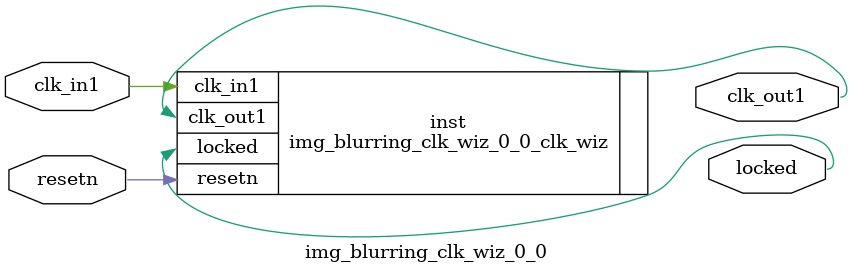
<source format=v>


`timescale 1ps/1ps

(* CORE_GENERATION_INFO = "img_blurring_clk_wiz_0_0,clk_wiz_v6_0_1_0_0,{component_name=img_blurring_clk_wiz_0_0,use_phase_alignment=true,use_min_o_jitter=false,use_max_i_jitter=false,use_dyn_phase_shift=false,use_inclk_switchover=false,use_dyn_reconfig=false,enable_axi=0,feedback_source=FDBK_AUTO,PRIMITIVE=MMCM,num_out_clk=1,clkin1_period=83.333,clkin2_period=10.0,use_power_down=false,use_reset=true,use_locked=true,use_inclk_stopped=false,feedback_type=SINGLE,CLOCK_MGR_TYPE=NA,manual_override=false}" *)

module img_blurring_clk_wiz_0_0 
 (
  // Clock out ports
  output        clk_out1,
  // Status and control signals
  input         resetn,
  output        locked,
 // Clock in ports
  input         clk_in1
 );

  img_blurring_clk_wiz_0_0_clk_wiz inst
  (
  // Clock out ports  
  .clk_out1(clk_out1),
  // Status and control signals               
  .resetn(resetn), 
  .locked(locked),
 // Clock in ports
  .clk_in1(clk_in1)
  );

endmodule

</source>
